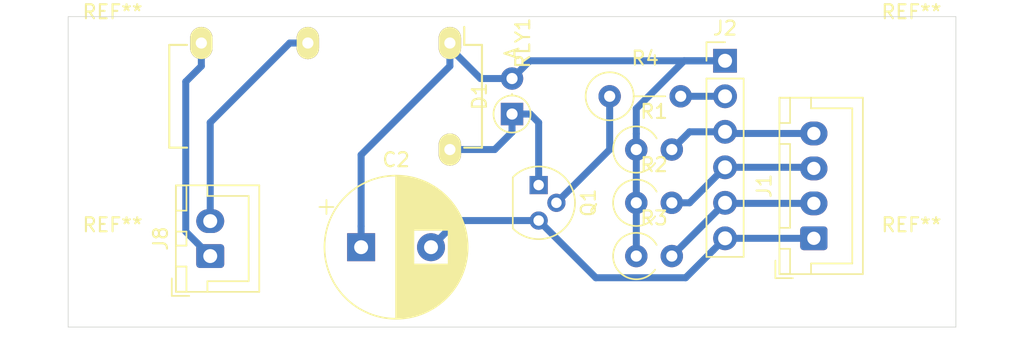
<source format=kicad_pcb>
(kicad_pcb (version 20171130) (host pcbnew 5.1.2-f72e74a~84~ubuntu18.04.1)

  (general
    (thickness 1.6)
    (drawings 4)
    (tracks 50)
    (zones 0)
    (modules 15)
    (nets 11)
  )

  (page A4)
  (layers
    (0 F.Cu signal)
    (31 B.Cu signal)
    (32 B.Adhes user)
    (33 F.Adhes user)
    (34 B.Paste user)
    (35 F.Paste user)
    (36 B.SilkS user)
    (37 F.SilkS user)
    (38 B.Mask user)
    (39 F.Mask user)
    (40 Dwgs.User user)
    (41 Cmts.User user)
    (42 Eco1.User user)
    (43 Eco2.User user)
    (44 Edge.Cuts user)
    (45 Margin user)
    (46 B.CrtYd user)
    (47 F.CrtYd user)
    (48 B.Fab user)
    (49 F.Fab user)
  )

  (setup
    (last_trace_width 0.5)
    (trace_clearance 0.5)
    (zone_clearance 0.508)
    (zone_45_only no)
    (trace_min 0.2)
    (via_size 0.8)
    (via_drill 0.4)
    (via_min_size 0.4)
    (via_min_drill 0.3)
    (uvia_size 0.3)
    (uvia_drill 0.1)
    (uvias_allowed no)
    (uvia_min_size 0.2)
    (uvia_min_drill 0.1)
    (edge_width 0.05)
    (segment_width 0.2)
    (pcb_text_width 0.3)
    (pcb_text_size 1.5 1.5)
    (mod_edge_width 0.12)
    (mod_text_size 1 1)
    (mod_text_width 0.15)
    (pad_size 1.524 1.524)
    (pad_drill 0.762)
    (pad_to_mask_clearance 0.051)
    (solder_mask_min_width 0.25)
    (aux_axis_origin 0 0)
    (visible_elements FFFFFF7F)
    (pcbplotparams
      (layerselection 0x010fc_ffffffff)
      (usegerberextensions false)
      (usegerberattributes false)
      (usegerberadvancedattributes false)
      (creategerberjobfile false)
      (excludeedgelayer true)
      (linewidth 0.100000)
      (plotframeref false)
      (viasonmask false)
      (mode 1)
      (useauxorigin false)
      (hpglpennumber 1)
      (hpglpenspeed 20)
      (hpglpendiameter 15.000000)
      (psnegative false)
      (psa4output false)
      (plotreference true)
      (plotvalue true)
      (plotinvisibletext false)
      (padsonsilk false)
      (subtractmaskfromsilk false)
      (outputformat 1)
      (mirror false)
      (drillshape 1)
      (scaleselection 1)
      (outputdirectory ""))
  )

  (net 0 "")
  (net 1 "Net-(C2-Pad1)")
  (net 2 GND)
  (net 3 "Net-(D1-Pad1)")
  (net 4 "Net-(J1-Pad2)")
  (net 5 "Net-(J1-Pad3)")
  (net 6 "Net-(J1-Pad4)")
  (net 7 "Net-(J2-Pad2)")
  (net 8 "Net-(J8-Pad1)")
  (net 9 "Net-(J8-Pad2)")
  (net 10 "Net-(Q1-Pad2)")

  (net_class Default "This is the default net class."
    (clearance 0.5)
    (trace_width 0.5)
    (via_dia 0.8)
    (via_drill 0.4)
    (uvia_dia 0.3)
    (uvia_drill 0.1)
    (add_net GND)
    (add_net "Net-(C2-Pad1)")
    (add_net "Net-(D1-Pad1)")
    (add_net "Net-(J1-Pad2)")
    (add_net "Net-(J1-Pad3)")
    (add_net "Net-(J1-Pad4)")
    (add_net "Net-(J2-Pad2)")
    (add_net "Net-(J8-Pad1)")
    (add_net "Net-(J8-Pad2)")
    (add_net "Net-(Q1-Pad2)")
  )

  (module MountingHole:MountingHole_2.5mm (layer F.Cu) (tedit 56D1B4CB) (tstamp 5CE06ADF)
    (at 178.435 73.66)
    (descr "Mounting Hole 2.5mm, no annular")
    (tags "mounting hole 2.5mm no annular")
    (attr virtual)
    (fp_text reference REF** (at 0 -3.5) (layer F.SilkS)
      (effects (font (size 1 1) (thickness 0.15)))
    )
    (fp_text value MountingHole_2.5mm (at 0 3.5) (layer F.Fab)
      (effects (font (size 1 1) (thickness 0.15)))
    )
    (fp_circle (center 0 0) (end 2.75 0) (layer F.CrtYd) (width 0.05))
    (fp_circle (center 0 0) (end 2.5 0) (layer Cmts.User) (width 0.15))
    (fp_text user %R (at 0.3 0) (layer F.Fab)
      (effects (font (size 1 1) (thickness 0.15)))
    )
    (pad 1 np_thru_hole circle (at 0 0) (size 2.5 2.5) (drill 2.5) (layers *.Cu *.Mask))
  )

  (module MountingHole:MountingHole_2.5mm (layer F.Cu) (tedit 56D1B4CB) (tstamp 5CE06AC9)
    (at 178.435 88.9)
    (descr "Mounting Hole 2.5mm, no annular")
    (tags "mounting hole 2.5mm no annular")
    (attr virtual)
    (fp_text reference REF** (at 0 -3.5) (layer F.SilkS)
      (effects (font (size 1 1) (thickness 0.15)))
    )
    (fp_text value MountingHole_2.5mm (at 0 3.5) (layer F.Fab)
      (effects (font (size 1 1) (thickness 0.15)))
    )
    (fp_circle (center 0 0) (end 2.75 0) (layer F.CrtYd) (width 0.05))
    (fp_circle (center 0 0) (end 2.5 0) (layer Cmts.User) (width 0.15))
    (fp_text user %R (at 0.3 0) (layer F.Fab)
      (effects (font (size 1 1) (thickness 0.15)))
    )
    (pad 1 np_thru_hole circle (at 0 0) (size 2.5 2.5) (drill 2.5) (layers *.Cu *.Mask))
  )

  (module MountingHole:MountingHole_2.5mm (layer F.Cu) (tedit 56D1B4CB) (tstamp 5CE06AB3)
    (at 121.285 88.9)
    (descr "Mounting Hole 2.5mm, no annular")
    (tags "mounting hole 2.5mm no annular")
    (attr virtual)
    (fp_text reference REF** (at 0 -3.5) (layer F.SilkS)
      (effects (font (size 1 1) (thickness 0.15)))
    )
    (fp_text value MountingHole_2.5mm (at 0 3.5) (layer F.Fab)
      (effects (font (size 1 1) (thickness 0.15)))
    )
    (fp_circle (center 0 0) (end 2.75 0) (layer F.CrtYd) (width 0.05))
    (fp_circle (center 0 0) (end 2.5 0) (layer Cmts.User) (width 0.15))
    (fp_text user %R (at 0.3 0) (layer F.Fab)
      (effects (font (size 1 1) (thickness 0.15)))
    )
    (pad 1 np_thru_hole circle (at 0 0) (size 2.5 2.5) (drill 2.5) (layers *.Cu *.Mask))
  )

  (module MountingHole:MountingHole_2.5mm (layer F.Cu) (tedit 56D1B4CB) (tstamp 5CE06A9D)
    (at 121.285 73.66)
    (descr "Mounting Hole 2.5mm, no annular")
    (tags "mounting hole 2.5mm no annular")
    (attr virtual)
    (fp_text reference REF** (at 0 -3.5) (layer F.SilkS)
      (effects (font (size 1 1) (thickness 0.15)))
    )
    (fp_text value MountingHole_2.5mm (at 0 3.5) (layer F.Fab)
      (effects (font (size 1 1) (thickness 0.15)))
    )
    (fp_circle (center 0 0) (end 2.75 0) (layer F.CrtYd) (width 0.05))
    (fp_circle (center 0 0) (end 2.5 0) (layer Cmts.User) (width 0.15))
    (fp_text user %R (at 0.3 0) (layer F.Fab)
      (effects (font (size 1 1) (thickness 0.15)))
    )
    (pad 1 np_thru_hole circle (at 0 0) (size 2.5 2.5) (drill 2.5) (layers *.Cu *.Mask))
  )

  (module Capacitor_THT:CP_Radial_D10.0mm_P5.00mm (layer F.Cu) (tedit 5AE50EF1) (tstamp 5CE0632B)
    (at 139.065 86.995)
    (descr "CP, Radial series, Radial, pin pitch=5.00mm, , diameter=10mm, Electrolytic Capacitor")
    (tags "CP Radial series Radial pin pitch 5.00mm  diameter 10mm Electrolytic Capacitor")
    (path /59807C8B)
    (fp_text reference C2 (at 2.5 -6.25) (layer F.SilkS)
      (effects (font (size 1 1) (thickness 0.15)))
    )
    (fp_text value 100u (at 2.5 6.25) (layer F.Fab)
      (effects (font (size 1 1) (thickness 0.15)))
    )
    (fp_circle (center 2.5 0) (end 7.5 0) (layer F.Fab) (width 0.1))
    (fp_circle (center 2.5 0) (end 7.62 0) (layer F.SilkS) (width 0.12))
    (fp_circle (center 2.5 0) (end 7.75 0) (layer F.CrtYd) (width 0.05))
    (fp_line (start -1.788861 -2.1875) (end -0.788861 -2.1875) (layer F.Fab) (width 0.1))
    (fp_line (start -1.288861 -2.6875) (end -1.288861 -1.6875) (layer F.Fab) (width 0.1))
    (fp_line (start 2.5 -5.08) (end 2.5 5.08) (layer F.SilkS) (width 0.12))
    (fp_line (start 2.54 -5.08) (end 2.54 5.08) (layer F.SilkS) (width 0.12))
    (fp_line (start 2.58 -5.08) (end 2.58 5.08) (layer F.SilkS) (width 0.12))
    (fp_line (start 2.62 -5.079) (end 2.62 5.079) (layer F.SilkS) (width 0.12))
    (fp_line (start 2.66 -5.078) (end 2.66 5.078) (layer F.SilkS) (width 0.12))
    (fp_line (start 2.7 -5.077) (end 2.7 5.077) (layer F.SilkS) (width 0.12))
    (fp_line (start 2.74 -5.075) (end 2.74 5.075) (layer F.SilkS) (width 0.12))
    (fp_line (start 2.78 -5.073) (end 2.78 5.073) (layer F.SilkS) (width 0.12))
    (fp_line (start 2.82 -5.07) (end 2.82 5.07) (layer F.SilkS) (width 0.12))
    (fp_line (start 2.86 -5.068) (end 2.86 5.068) (layer F.SilkS) (width 0.12))
    (fp_line (start 2.9 -5.065) (end 2.9 5.065) (layer F.SilkS) (width 0.12))
    (fp_line (start 2.94 -5.062) (end 2.94 5.062) (layer F.SilkS) (width 0.12))
    (fp_line (start 2.98 -5.058) (end 2.98 5.058) (layer F.SilkS) (width 0.12))
    (fp_line (start 3.02 -5.054) (end 3.02 5.054) (layer F.SilkS) (width 0.12))
    (fp_line (start 3.06 -5.05) (end 3.06 5.05) (layer F.SilkS) (width 0.12))
    (fp_line (start 3.1 -5.045) (end 3.1 5.045) (layer F.SilkS) (width 0.12))
    (fp_line (start 3.14 -5.04) (end 3.14 5.04) (layer F.SilkS) (width 0.12))
    (fp_line (start 3.18 -5.035) (end 3.18 5.035) (layer F.SilkS) (width 0.12))
    (fp_line (start 3.221 -5.03) (end 3.221 5.03) (layer F.SilkS) (width 0.12))
    (fp_line (start 3.261 -5.024) (end 3.261 5.024) (layer F.SilkS) (width 0.12))
    (fp_line (start 3.301 -5.018) (end 3.301 5.018) (layer F.SilkS) (width 0.12))
    (fp_line (start 3.341 -5.011) (end 3.341 5.011) (layer F.SilkS) (width 0.12))
    (fp_line (start 3.381 -5.004) (end 3.381 5.004) (layer F.SilkS) (width 0.12))
    (fp_line (start 3.421 -4.997) (end 3.421 4.997) (layer F.SilkS) (width 0.12))
    (fp_line (start 3.461 -4.99) (end 3.461 4.99) (layer F.SilkS) (width 0.12))
    (fp_line (start 3.501 -4.982) (end 3.501 4.982) (layer F.SilkS) (width 0.12))
    (fp_line (start 3.541 -4.974) (end 3.541 4.974) (layer F.SilkS) (width 0.12))
    (fp_line (start 3.581 -4.965) (end 3.581 4.965) (layer F.SilkS) (width 0.12))
    (fp_line (start 3.621 -4.956) (end 3.621 4.956) (layer F.SilkS) (width 0.12))
    (fp_line (start 3.661 -4.947) (end 3.661 4.947) (layer F.SilkS) (width 0.12))
    (fp_line (start 3.701 -4.938) (end 3.701 4.938) (layer F.SilkS) (width 0.12))
    (fp_line (start 3.741 -4.928) (end 3.741 4.928) (layer F.SilkS) (width 0.12))
    (fp_line (start 3.781 -4.918) (end 3.781 -1.241) (layer F.SilkS) (width 0.12))
    (fp_line (start 3.781 1.241) (end 3.781 4.918) (layer F.SilkS) (width 0.12))
    (fp_line (start 3.821 -4.907) (end 3.821 -1.241) (layer F.SilkS) (width 0.12))
    (fp_line (start 3.821 1.241) (end 3.821 4.907) (layer F.SilkS) (width 0.12))
    (fp_line (start 3.861 -4.897) (end 3.861 -1.241) (layer F.SilkS) (width 0.12))
    (fp_line (start 3.861 1.241) (end 3.861 4.897) (layer F.SilkS) (width 0.12))
    (fp_line (start 3.901 -4.885) (end 3.901 -1.241) (layer F.SilkS) (width 0.12))
    (fp_line (start 3.901 1.241) (end 3.901 4.885) (layer F.SilkS) (width 0.12))
    (fp_line (start 3.941 -4.874) (end 3.941 -1.241) (layer F.SilkS) (width 0.12))
    (fp_line (start 3.941 1.241) (end 3.941 4.874) (layer F.SilkS) (width 0.12))
    (fp_line (start 3.981 -4.862) (end 3.981 -1.241) (layer F.SilkS) (width 0.12))
    (fp_line (start 3.981 1.241) (end 3.981 4.862) (layer F.SilkS) (width 0.12))
    (fp_line (start 4.021 -4.85) (end 4.021 -1.241) (layer F.SilkS) (width 0.12))
    (fp_line (start 4.021 1.241) (end 4.021 4.85) (layer F.SilkS) (width 0.12))
    (fp_line (start 4.061 -4.837) (end 4.061 -1.241) (layer F.SilkS) (width 0.12))
    (fp_line (start 4.061 1.241) (end 4.061 4.837) (layer F.SilkS) (width 0.12))
    (fp_line (start 4.101 -4.824) (end 4.101 -1.241) (layer F.SilkS) (width 0.12))
    (fp_line (start 4.101 1.241) (end 4.101 4.824) (layer F.SilkS) (width 0.12))
    (fp_line (start 4.141 -4.811) (end 4.141 -1.241) (layer F.SilkS) (width 0.12))
    (fp_line (start 4.141 1.241) (end 4.141 4.811) (layer F.SilkS) (width 0.12))
    (fp_line (start 4.181 -4.797) (end 4.181 -1.241) (layer F.SilkS) (width 0.12))
    (fp_line (start 4.181 1.241) (end 4.181 4.797) (layer F.SilkS) (width 0.12))
    (fp_line (start 4.221 -4.783) (end 4.221 -1.241) (layer F.SilkS) (width 0.12))
    (fp_line (start 4.221 1.241) (end 4.221 4.783) (layer F.SilkS) (width 0.12))
    (fp_line (start 4.261 -4.768) (end 4.261 -1.241) (layer F.SilkS) (width 0.12))
    (fp_line (start 4.261 1.241) (end 4.261 4.768) (layer F.SilkS) (width 0.12))
    (fp_line (start 4.301 -4.754) (end 4.301 -1.241) (layer F.SilkS) (width 0.12))
    (fp_line (start 4.301 1.241) (end 4.301 4.754) (layer F.SilkS) (width 0.12))
    (fp_line (start 4.341 -4.738) (end 4.341 -1.241) (layer F.SilkS) (width 0.12))
    (fp_line (start 4.341 1.241) (end 4.341 4.738) (layer F.SilkS) (width 0.12))
    (fp_line (start 4.381 -4.723) (end 4.381 -1.241) (layer F.SilkS) (width 0.12))
    (fp_line (start 4.381 1.241) (end 4.381 4.723) (layer F.SilkS) (width 0.12))
    (fp_line (start 4.421 -4.707) (end 4.421 -1.241) (layer F.SilkS) (width 0.12))
    (fp_line (start 4.421 1.241) (end 4.421 4.707) (layer F.SilkS) (width 0.12))
    (fp_line (start 4.461 -4.69) (end 4.461 -1.241) (layer F.SilkS) (width 0.12))
    (fp_line (start 4.461 1.241) (end 4.461 4.69) (layer F.SilkS) (width 0.12))
    (fp_line (start 4.501 -4.674) (end 4.501 -1.241) (layer F.SilkS) (width 0.12))
    (fp_line (start 4.501 1.241) (end 4.501 4.674) (layer F.SilkS) (width 0.12))
    (fp_line (start 4.541 -4.657) (end 4.541 -1.241) (layer F.SilkS) (width 0.12))
    (fp_line (start 4.541 1.241) (end 4.541 4.657) (layer F.SilkS) (width 0.12))
    (fp_line (start 4.581 -4.639) (end 4.581 -1.241) (layer F.SilkS) (width 0.12))
    (fp_line (start 4.581 1.241) (end 4.581 4.639) (layer F.SilkS) (width 0.12))
    (fp_line (start 4.621 -4.621) (end 4.621 -1.241) (layer F.SilkS) (width 0.12))
    (fp_line (start 4.621 1.241) (end 4.621 4.621) (layer F.SilkS) (width 0.12))
    (fp_line (start 4.661 -4.603) (end 4.661 -1.241) (layer F.SilkS) (width 0.12))
    (fp_line (start 4.661 1.241) (end 4.661 4.603) (layer F.SilkS) (width 0.12))
    (fp_line (start 4.701 -4.584) (end 4.701 -1.241) (layer F.SilkS) (width 0.12))
    (fp_line (start 4.701 1.241) (end 4.701 4.584) (layer F.SilkS) (width 0.12))
    (fp_line (start 4.741 -4.564) (end 4.741 -1.241) (layer F.SilkS) (width 0.12))
    (fp_line (start 4.741 1.241) (end 4.741 4.564) (layer F.SilkS) (width 0.12))
    (fp_line (start 4.781 -4.545) (end 4.781 -1.241) (layer F.SilkS) (width 0.12))
    (fp_line (start 4.781 1.241) (end 4.781 4.545) (layer F.SilkS) (width 0.12))
    (fp_line (start 4.821 -4.525) (end 4.821 -1.241) (layer F.SilkS) (width 0.12))
    (fp_line (start 4.821 1.241) (end 4.821 4.525) (layer F.SilkS) (width 0.12))
    (fp_line (start 4.861 -4.504) (end 4.861 -1.241) (layer F.SilkS) (width 0.12))
    (fp_line (start 4.861 1.241) (end 4.861 4.504) (layer F.SilkS) (width 0.12))
    (fp_line (start 4.901 -4.483) (end 4.901 -1.241) (layer F.SilkS) (width 0.12))
    (fp_line (start 4.901 1.241) (end 4.901 4.483) (layer F.SilkS) (width 0.12))
    (fp_line (start 4.941 -4.462) (end 4.941 -1.241) (layer F.SilkS) (width 0.12))
    (fp_line (start 4.941 1.241) (end 4.941 4.462) (layer F.SilkS) (width 0.12))
    (fp_line (start 4.981 -4.44) (end 4.981 -1.241) (layer F.SilkS) (width 0.12))
    (fp_line (start 4.981 1.241) (end 4.981 4.44) (layer F.SilkS) (width 0.12))
    (fp_line (start 5.021 -4.417) (end 5.021 -1.241) (layer F.SilkS) (width 0.12))
    (fp_line (start 5.021 1.241) (end 5.021 4.417) (layer F.SilkS) (width 0.12))
    (fp_line (start 5.061 -4.395) (end 5.061 -1.241) (layer F.SilkS) (width 0.12))
    (fp_line (start 5.061 1.241) (end 5.061 4.395) (layer F.SilkS) (width 0.12))
    (fp_line (start 5.101 -4.371) (end 5.101 -1.241) (layer F.SilkS) (width 0.12))
    (fp_line (start 5.101 1.241) (end 5.101 4.371) (layer F.SilkS) (width 0.12))
    (fp_line (start 5.141 -4.347) (end 5.141 -1.241) (layer F.SilkS) (width 0.12))
    (fp_line (start 5.141 1.241) (end 5.141 4.347) (layer F.SilkS) (width 0.12))
    (fp_line (start 5.181 -4.323) (end 5.181 -1.241) (layer F.SilkS) (width 0.12))
    (fp_line (start 5.181 1.241) (end 5.181 4.323) (layer F.SilkS) (width 0.12))
    (fp_line (start 5.221 -4.298) (end 5.221 -1.241) (layer F.SilkS) (width 0.12))
    (fp_line (start 5.221 1.241) (end 5.221 4.298) (layer F.SilkS) (width 0.12))
    (fp_line (start 5.261 -4.273) (end 5.261 -1.241) (layer F.SilkS) (width 0.12))
    (fp_line (start 5.261 1.241) (end 5.261 4.273) (layer F.SilkS) (width 0.12))
    (fp_line (start 5.301 -4.247) (end 5.301 -1.241) (layer F.SilkS) (width 0.12))
    (fp_line (start 5.301 1.241) (end 5.301 4.247) (layer F.SilkS) (width 0.12))
    (fp_line (start 5.341 -4.221) (end 5.341 -1.241) (layer F.SilkS) (width 0.12))
    (fp_line (start 5.341 1.241) (end 5.341 4.221) (layer F.SilkS) (width 0.12))
    (fp_line (start 5.381 -4.194) (end 5.381 -1.241) (layer F.SilkS) (width 0.12))
    (fp_line (start 5.381 1.241) (end 5.381 4.194) (layer F.SilkS) (width 0.12))
    (fp_line (start 5.421 -4.166) (end 5.421 -1.241) (layer F.SilkS) (width 0.12))
    (fp_line (start 5.421 1.241) (end 5.421 4.166) (layer F.SilkS) (width 0.12))
    (fp_line (start 5.461 -4.138) (end 5.461 -1.241) (layer F.SilkS) (width 0.12))
    (fp_line (start 5.461 1.241) (end 5.461 4.138) (layer F.SilkS) (width 0.12))
    (fp_line (start 5.501 -4.11) (end 5.501 -1.241) (layer F.SilkS) (width 0.12))
    (fp_line (start 5.501 1.241) (end 5.501 4.11) (layer F.SilkS) (width 0.12))
    (fp_line (start 5.541 -4.08) (end 5.541 -1.241) (layer F.SilkS) (width 0.12))
    (fp_line (start 5.541 1.241) (end 5.541 4.08) (layer F.SilkS) (width 0.12))
    (fp_line (start 5.581 -4.05) (end 5.581 -1.241) (layer F.SilkS) (width 0.12))
    (fp_line (start 5.581 1.241) (end 5.581 4.05) (layer F.SilkS) (width 0.12))
    (fp_line (start 5.621 -4.02) (end 5.621 -1.241) (layer F.SilkS) (width 0.12))
    (fp_line (start 5.621 1.241) (end 5.621 4.02) (layer F.SilkS) (width 0.12))
    (fp_line (start 5.661 -3.989) (end 5.661 -1.241) (layer F.SilkS) (width 0.12))
    (fp_line (start 5.661 1.241) (end 5.661 3.989) (layer F.SilkS) (width 0.12))
    (fp_line (start 5.701 -3.957) (end 5.701 -1.241) (layer F.SilkS) (width 0.12))
    (fp_line (start 5.701 1.241) (end 5.701 3.957) (layer F.SilkS) (width 0.12))
    (fp_line (start 5.741 -3.925) (end 5.741 -1.241) (layer F.SilkS) (width 0.12))
    (fp_line (start 5.741 1.241) (end 5.741 3.925) (layer F.SilkS) (width 0.12))
    (fp_line (start 5.781 -3.892) (end 5.781 -1.241) (layer F.SilkS) (width 0.12))
    (fp_line (start 5.781 1.241) (end 5.781 3.892) (layer F.SilkS) (width 0.12))
    (fp_line (start 5.821 -3.858) (end 5.821 -1.241) (layer F.SilkS) (width 0.12))
    (fp_line (start 5.821 1.241) (end 5.821 3.858) (layer F.SilkS) (width 0.12))
    (fp_line (start 5.861 -3.824) (end 5.861 -1.241) (layer F.SilkS) (width 0.12))
    (fp_line (start 5.861 1.241) (end 5.861 3.824) (layer F.SilkS) (width 0.12))
    (fp_line (start 5.901 -3.789) (end 5.901 -1.241) (layer F.SilkS) (width 0.12))
    (fp_line (start 5.901 1.241) (end 5.901 3.789) (layer F.SilkS) (width 0.12))
    (fp_line (start 5.941 -3.753) (end 5.941 -1.241) (layer F.SilkS) (width 0.12))
    (fp_line (start 5.941 1.241) (end 5.941 3.753) (layer F.SilkS) (width 0.12))
    (fp_line (start 5.981 -3.716) (end 5.981 -1.241) (layer F.SilkS) (width 0.12))
    (fp_line (start 5.981 1.241) (end 5.981 3.716) (layer F.SilkS) (width 0.12))
    (fp_line (start 6.021 -3.679) (end 6.021 -1.241) (layer F.SilkS) (width 0.12))
    (fp_line (start 6.021 1.241) (end 6.021 3.679) (layer F.SilkS) (width 0.12))
    (fp_line (start 6.061 -3.64) (end 6.061 -1.241) (layer F.SilkS) (width 0.12))
    (fp_line (start 6.061 1.241) (end 6.061 3.64) (layer F.SilkS) (width 0.12))
    (fp_line (start 6.101 -3.601) (end 6.101 -1.241) (layer F.SilkS) (width 0.12))
    (fp_line (start 6.101 1.241) (end 6.101 3.601) (layer F.SilkS) (width 0.12))
    (fp_line (start 6.141 -3.561) (end 6.141 -1.241) (layer F.SilkS) (width 0.12))
    (fp_line (start 6.141 1.241) (end 6.141 3.561) (layer F.SilkS) (width 0.12))
    (fp_line (start 6.181 -3.52) (end 6.181 -1.241) (layer F.SilkS) (width 0.12))
    (fp_line (start 6.181 1.241) (end 6.181 3.52) (layer F.SilkS) (width 0.12))
    (fp_line (start 6.221 -3.478) (end 6.221 -1.241) (layer F.SilkS) (width 0.12))
    (fp_line (start 6.221 1.241) (end 6.221 3.478) (layer F.SilkS) (width 0.12))
    (fp_line (start 6.261 -3.436) (end 6.261 3.436) (layer F.SilkS) (width 0.12))
    (fp_line (start 6.301 -3.392) (end 6.301 3.392) (layer F.SilkS) (width 0.12))
    (fp_line (start 6.341 -3.347) (end 6.341 3.347) (layer F.SilkS) (width 0.12))
    (fp_line (start 6.381 -3.301) (end 6.381 3.301) (layer F.SilkS) (width 0.12))
    (fp_line (start 6.421 -3.254) (end 6.421 3.254) (layer F.SilkS) (width 0.12))
    (fp_line (start 6.461 -3.206) (end 6.461 3.206) (layer F.SilkS) (width 0.12))
    (fp_line (start 6.501 -3.156) (end 6.501 3.156) (layer F.SilkS) (width 0.12))
    (fp_line (start 6.541 -3.106) (end 6.541 3.106) (layer F.SilkS) (width 0.12))
    (fp_line (start 6.581 -3.054) (end 6.581 3.054) (layer F.SilkS) (width 0.12))
    (fp_line (start 6.621 -3) (end 6.621 3) (layer F.SilkS) (width 0.12))
    (fp_line (start 6.661 -2.945) (end 6.661 2.945) (layer F.SilkS) (width 0.12))
    (fp_line (start 6.701 -2.889) (end 6.701 2.889) (layer F.SilkS) (width 0.12))
    (fp_line (start 6.741 -2.83) (end 6.741 2.83) (layer F.SilkS) (width 0.12))
    (fp_line (start 6.781 -2.77) (end 6.781 2.77) (layer F.SilkS) (width 0.12))
    (fp_line (start 6.821 -2.709) (end 6.821 2.709) (layer F.SilkS) (width 0.12))
    (fp_line (start 6.861 -2.645) (end 6.861 2.645) (layer F.SilkS) (width 0.12))
    (fp_line (start 6.901 -2.579) (end 6.901 2.579) (layer F.SilkS) (width 0.12))
    (fp_line (start 6.941 -2.51) (end 6.941 2.51) (layer F.SilkS) (width 0.12))
    (fp_line (start 6.981 -2.439) (end 6.981 2.439) (layer F.SilkS) (width 0.12))
    (fp_line (start 7.021 -2.365) (end 7.021 2.365) (layer F.SilkS) (width 0.12))
    (fp_line (start 7.061 -2.289) (end 7.061 2.289) (layer F.SilkS) (width 0.12))
    (fp_line (start 7.101 -2.209) (end 7.101 2.209) (layer F.SilkS) (width 0.12))
    (fp_line (start 7.141 -2.125) (end 7.141 2.125) (layer F.SilkS) (width 0.12))
    (fp_line (start 7.181 -2.037) (end 7.181 2.037) (layer F.SilkS) (width 0.12))
    (fp_line (start 7.221 -1.944) (end 7.221 1.944) (layer F.SilkS) (width 0.12))
    (fp_line (start 7.261 -1.846) (end 7.261 1.846) (layer F.SilkS) (width 0.12))
    (fp_line (start 7.301 -1.742) (end 7.301 1.742) (layer F.SilkS) (width 0.12))
    (fp_line (start 7.341 -1.63) (end 7.341 1.63) (layer F.SilkS) (width 0.12))
    (fp_line (start 7.381 -1.51) (end 7.381 1.51) (layer F.SilkS) (width 0.12))
    (fp_line (start 7.421 -1.378) (end 7.421 1.378) (layer F.SilkS) (width 0.12))
    (fp_line (start 7.461 -1.23) (end 7.461 1.23) (layer F.SilkS) (width 0.12))
    (fp_line (start 7.501 -1.062) (end 7.501 1.062) (layer F.SilkS) (width 0.12))
    (fp_line (start 7.541 -0.862) (end 7.541 0.862) (layer F.SilkS) (width 0.12))
    (fp_line (start 7.581 -0.599) (end 7.581 0.599) (layer F.SilkS) (width 0.12))
    (fp_line (start -2.979646 -2.875) (end -1.979646 -2.875) (layer F.SilkS) (width 0.12))
    (fp_line (start -2.479646 -3.375) (end -2.479646 -2.375) (layer F.SilkS) (width 0.12))
    (fp_text user %R (at 2.5 0) (layer F.Fab)
      (effects (font (size 1 1) (thickness 0.15)))
    )
    (pad 1 thru_hole rect (at 0 0) (size 2 2) (drill 1) (layers *.Cu *.Mask)
      (net 1 "Net-(C2-Pad1)"))
    (pad 2 thru_hole circle (at 5 0) (size 2 2) (drill 1) (layers *.Cu *.Mask)
      (net 2 GND))
    (model ${KISYS3DMOD}/Capacitor_THT.3dshapes/CP_Radial_D10.0mm_P5.00mm.wrl
      (at (xyz 0 0 0))
      (scale (xyz 1 1 1))
      (rotate (xyz 0 0 0))
    )
  )

  (module Diode_THT:D_DO-35_SOD27_P2.54mm_Vertical_AnodeUp (layer F.Cu) (tedit 5AE50CD5) (tstamp 5CE06219)
    (at 149.86 77.47 90)
    (descr "Diode, DO-35_SOD27 series, Axial, Vertical, pin pitch=2.54mm, , length*diameter=4*2mm^2, , http://www.diodes.com/_files/packages/DO-35.pdf")
    (tags "Diode DO-35_SOD27 series Axial Vertical pin pitch 2.54mm  length 4mm diameter 2mm")
    (path /58D2E9AA)
    (fp_text reference D1 (at 1.27 -2.326371 90) (layer F.SilkS)
      (effects (font (size 1 1) (thickness 0.15)))
    )
    (fp_text value 1N4148 (at 1.27 3.215371 90) (layer F.Fab)
      (effects (font (size 1 1) (thickness 0.15)))
    )
    (fp_circle (center 0 0) (end 1 0) (layer F.Fab) (width 0.1))
    (fp_circle (center 0 0) (end 1.326371 0) (layer F.SilkS) (width 0.12))
    (fp_line (start 0 0) (end 2.54 0) (layer F.Fab) (width 0.1))
    (fp_line (start 1.326371 0) (end 1.44 0) (layer F.SilkS) (width 0.12))
    (fp_line (start -1.25 -1.25) (end -1.25 1.25) (layer F.CrtYd) (width 0.05))
    (fp_line (start -1.25 1.25) (end 3.59 1.25) (layer F.CrtYd) (width 0.05))
    (fp_line (start 3.59 1.25) (end 3.59 -1.25) (layer F.CrtYd) (width 0.05))
    (fp_line (start 3.59 -1.25) (end -1.25 -1.25) (layer F.CrtYd) (width 0.05))
    (fp_text user %R (at 1.27 -2.326371 90) (layer F.Fab)
      (effects (font (size 1 1) (thickness 0.15)))
    )
    (fp_text user A (at 4.34 0 90) (layer F.Fab)
      (effects (font (size 1 1) (thickness 0.15)))
    )
    (fp_text user A (at 4.34 0 90) (layer F.SilkS)
      (effects (font (size 1 1) (thickness 0.15)))
    )
    (pad 1 thru_hole rect (at 0 0 90) (size 1.6 1.6) (drill 0.8) (layers *.Cu *.Mask)
      (net 3 "Net-(D1-Pad1)"))
    (pad 2 thru_hole oval (at 2.54 0 90) (size 1.6 1.6) (drill 0.8) (layers *.Cu *.Mask)
      (net 1 "Net-(C2-Pad1)"))
    (model ${KISYS3DMOD}/Diode_THT.3dshapes/D_DO-35_SOD27_P2.54mm_Vertical_AnodeUp.wrl
      (at (xyz 0 0 0))
      (scale (xyz 1 1 1))
      (rotate (xyz 0 0 0))
    )
  )

  (module Connector_JST:JST_XH_B04B-XH-A_1x04_P2.50mm_Vertical (layer F.Cu) (tedit 5B7754C5) (tstamp 5CE064EB)
    (at 171.45 86.36 90)
    (descr "JST XH series connector, B04B-XH-A (http://www.jst-mfg.com/product/pdf/eng/eXH.pdf), generated with kicad-footprint-generator")
    (tags "connector JST XH side entry")
    (path /5CDFF210)
    (fp_text reference J1 (at 3.75 -3.55 90) (layer F.SilkS)
      (effects (font (size 1 1) (thickness 0.15)))
    )
    (fp_text value Conn_01x04 (at 3.75 4.6 90) (layer F.Fab)
      (effects (font (size 1 1) (thickness 0.15)))
    )
    (fp_line (start -2.45 -2.35) (end -2.45 3.4) (layer F.Fab) (width 0.1))
    (fp_line (start -2.45 3.4) (end 9.95 3.4) (layer F.Fab) (width 0.1))
    (fp_line (start 9.95 3.4) (end 9.95 -2.35) (layer F.Fab) (width 0.1))
    (fp_line (start 9.95 -2.35) (end -2.45 -2.35) (layer F.Fab) (width 0.1))
    (fp_line (start -2.56 -2.46) (end -2.56 3.51) (layer F.SilkS) (width 0.12))
    (fp_line (start -2.56 3.51) (end 10.06 3.51) (layer F.SilkS) (width 0.12))
    (fp_line (start 10.06 3.51) (end 10.06 -2.46) (layer F.SilkS) (width 0.12))
    (fp_line (start 10.06 -2.46) (end -2.56 -2.46) (layer F.SilkS) (width 0.12))
    (fp_line (start -2.95 -2.85) (end -2.95 3.9) (layer F.CrtYd) (width 0.05))
    (fp_line (start -2.95 3.9) (end 10.45 3.9) (layer F.CrtYd) (width 0.05))
    (fp_line (start 10.45 3.9) (end 10.45 -2.85) (layer F.CrtYd) (width 0.05))
    (fp_line (start 10.45 -2.85) (end -2.95 -2.85) (layer F.CrtYd) (width 0.05))
    (fp_line (start -0.625 -2.35) (end 0 -1.35) (layer F.Fab) (width 0.1))
    (fp_line (start 0 -1.35) (end 0.625 -2.35) (layer F.Fab) (width 0.1))
    (fp_line (start 0.75 -2.45) (end 0.75 -1.7) (layer F.SilkS) (width 0.12))
    (fp_line (start 0.75 -1.7) (end 6.75 -1.7) (layer F.SilkS) (width 0.12))
    (fp_line (start 6.75 -1.7) (end 6.75 -2.45) (layer F.SilkS) (width 0.12))
    (fp_line (start 6.75 -2.45) (end 0.75 -2.45) (layer F.SilkS) (width 0.12))
    (fp_line (start -2.55 -2.45) (end -2.55 -1.7) (layer F.SilkS) (width 0.12))
    (fp_line (start -2.55 -1.7) (end -0.75 -1.7) (layer F.SilkS) (width 0.12))
    (fp_line (start -0.75 -1.7) (end -0.75 -2.45) (layer F.SilkS) (width 0.12))
    (fp_line (start -0.75 -2.45) (end -2.55 -2.45) (layer F.SilkS) (width 0.12))
    (fp_line (start 8.25 -2.45) (end 8.25 -1.7) (layer F.SilkS) (width 0.12))
    (fp_line (start 8.25 -1.7) (end 10.05 -1.7) (layer F.SilkS) (width 0.12))
    (fp_line (start 10.05 -1.7) (end 10.05 -2.45) (layer F.SilkS) (width 0.12))
    (fp_line (start 10.05 -2.45) (end 8.25 -2.45) (layer F.SilkS) (width 0.12))
    (fp_line (start -2.55 -0.2) (end -1.8 -0.2) (layer F.SilkS) (width 0.12))
    (fp_line (start -1.8 -0.2) (end -1.8 2.75) (layer F.SilkS) (width 0.12))
    (fp_line (start -1.8 2.75) (end 3.75 2.75) (layer F.SilkS) (width 0.12))
    (fp_line (start 10.05 -0.2) (end 9.3 -0.2) (layer F.SilkS) (width 0.12))
    (fp_line (start 9.3 -0.2) (end 9.3 2.75) (layer F.SilkS) (width 0.12))
    (fp_line (start 9.3 2.75) (end 3.75 2.75) (layer F.SilkS) (width 0.12))
    (fp_line (start -1.6 -2.75) (end -2.85 -2.75) (layer F.SilkS) (width 0.12))
    (fp_line (start -2.85 -2.75) (end -2.85 -1.5) (layer F.SilkS) (width 0.12))
    (fp_text user %R (at 3.75 2.7 90) (layer F.Fab)
      (effects (font (size 1 1) (thickness 0.15)))
    )
    (pad 1 thru_hole roundrect (at 0 0 90) (size 1.7 1.95) (drill 0.95) (layers *.Cu *.Mask) (roundrect_rratio 0.147059)
      (net 2 GND))
    (pad 2 thru_hole oval (at 2.5 0 90) (size 1.7 1.95) (drill 0.95) (layers *.Cu *.Mask)
      (net 4 "Net-(J1-Pad2)"))
    (pad 3 thru_hole oval (at 5 0 90) (size 1.7 1.95) (drill 0.95) (layers *.Cu *.Mask)
      (net 5 "Net-(J1-Pad3)"))
    (pad 4 thru_hole oval (at 7.5 0 90) (size 1.7 1.95) (drill 0.95) (layers *.Cu *.Mask)
      (net 6 "Net-(J1-Pad4)"))
    (model ${KISYS3DMOD}/Connector_JST.3dshapes/JST_XH_B04B-XH-A_1x04_P2.50mm_Vertical.wrl
      (at (xyz 0 0 0))
      (scale (xyz 1 1 1))
      (rotate (xyz 0 0 0))
    )
  )

  (module Connector_PinHeader_2.54mm:PinHeader_1x06_P2.54mm_Vertical (layer F.Cu) (tedit 59FED5CC) (tstamp 5CE0616E)
    (at 165.1 73.66)
    (descr "Through hole straight pin header, 1x06, 2.54mm pitch, single row")
    (tags "Through hole pin header THT 1x06 2.54mm single row")
    (path /5CE0A21E)
    (fp_text reference J2 (at 0 -2.33) (layer F.SilkS)
      (effects (font (size 1 1) (thickness 0.15)))
    )
    (fp_text value Conn_01x06 (at 0 15.03) (layer F.Fab)
      (effects (font (size 1 1) (thickness 0.15)))
    )
    (fp_line (start -0.635 -1.27) (end 1.27 -1.27) (layer F.Fab) (width 0.1))
    (fp_line (start 1.27 -1.27) (end 1.27 13.97) (layer F.Fab) (width 0.1))
    (fp_line (start 1.27 13.97) (end -1.27 13.97) (layer F.Fab) (width 0.1))
    (fp_line (start -1.27 13.97) (end -1.27 -0.635) (layer F.Fab) (width 0.1))
    (fp_line (start -1.27 -0.635) (end -0.635 -1.27) (layer F.Fab) (width 0.1))
    (fp_line (start -1.33 14.03) (end 1.33 14.03) (layer F.SilkS) (width 0.12))
    (fp_line (start -1.33 1.27) (end -1.33 14.03) (layer F.SilkS) (width 0.12))
    (fp_line (start 1.33 1.27) (end 1.33 14.03) (layer F.SilkS) (width 0.12))
    (fp_line (start -1.33 1.27) (end 1.33 1.27) (layer F.SilkS) (width 0.12))
    (fp_line (start -1.33 0) (end -1.33 -1.33) (layer F.SilkS) (width 0.12))
    (fp_line (start -1.33 -1.33) (end 0 -1.33) (layer F.SilkS) (width 0.12))
    (fp_line (start -1.8 -1.8) (end -1.8 14.5) (layer F.CrtYd) (width 0.05))
    (fp_line (start -1.8 14.5) (end 1.8 14.5) (layer F.CrtYd) (width 0.05))
    (fp_line (start 1.8 14.5) (end 1.8 -1.8) (layer F.CrtYd) (width 0.05))
    (fp_line (start 1.8 -1.8) (end -1.8 -1.8) (layer F.CrtYd) (width 0.05))
    (fp_text user %R (at 0 6.35 90) (layer F.Fab)
      (effects (font (size 1 1) (thickness 0.15)))
    )
    (pad 1 thru_hole rect (at 0 0) (size 1.7 1.7) (drill 1) (layers *.Cu *.Mask)
      (net 1 "Net-(C2-Pad1)"))
    (pad 2 thru_hole oval (at 0 2.54) (size 1.7 1.7) (drill 1) (layers *.Cu *.Mask)
      (net 7 "Net-(J2-Pad2)"))
    (pad 3 thru_hole oval (at 0 5.08) (size 1.7 1.7) (drill 1) (layers *.Cu *.Mask)
      (net 6 "Net-(J1-Pad4)"))
    (pad 4 thru_hole oval (at 0 7.62) (size 1.7 1.7) (drill 1) (layers *.Cu *.Mask)
      (net 5 "Net-(J1-Pad3)"))
    (pad 5 thru_hole oval (at 0 10.16) (size 1.7 1.7) (drill 1) (layers *.Cu *.Mask)
      (net 4 "Net-(J1-Pad2)"))
    (pad 6 thru_hole oval (at 0 12.7) (size 1.7 1.7) (drill 1) (layers *.Cu *.Mask)
      (net 2 GND))
    (model ${KISYS3DMOD}/Connector_PinHeader_2.54mm.3dshapes/PinHeader_1x06_P2.54mm_Vertical.wrl
      (at (xyz 0 0 0))
      (scale (xyz 1 1 1))
      (rotate (xyz 0 0 0))
    )
  )

  (module Connector_JST:JST_XH_B02B-XH-A_1x02_P2.50mm_Vertical (layer F.Cu) (tedit 5B7754C5) (tstamp 5CE06567)
    (at 128.27 87.63 90)
    (descr "JST XH series connector, B02B-XH-A (http://www.jst-mfg.com/product/pdf/eng/eXH.pdf), generated with kicad-footprint-generator")
    (tags "connector JST XH side entry")
    (path /58D2EE7D)
    (fp_text reference J8 (at 1.25 -3.55 90) (layer F.SilkS)
      (effects (font (size 1 1) (thickness 0.15)))
    )
    (fp_text value CONN_01X02 (at 1.25 4.6 90) (layer F.Fab)
      (effects (font (size 1 1) (thickness 0.15)))
    )
    (fp_line (start -2.45 -2.35) (end -2.45 3.4) (layer F.Fab) (width 0.1))
    (fp_line (start -2.45 3.4) (end 4.95 3.4) (layer F.Fab) (width 0.1))
    (fp_line (start 4.95 3.4) (end 4.95 -2.35) (layer F.Fab) (width 0.1))
    (fp_line (start 4.95 -2.35) (end -2.45 -2.35) (layer F.Fab) (width 0.1))
    (fp_line (start -2.56 -2.46) (end -2.56 3.51) (layer F.SilkS) (width 0.12))
    (fp_line (start -2.56 3.51) (end 5.06 3.51) (layer F.SilkS) (width 0.12))
    (fp_line (start 5.06 3.51) (end 5.06 -2.46) (layer F.SilkS) (width 0.12))
    (fp_line (start 5.06 -2.46) (end -2.56 -2.46) (layer F.SilkS) (width 0.12))
    (fp_line (start -2.95 -2.85) (end -2.95 3.9) (layer F.CrtYd) (width 0.05))
    (fp_line (start -2.95 3.9) (end 5.45 3.9) (layer F.CrtYd) (width 0.05))
    (fp_line (start 5.45 3.9) (end 5.45 -2.85) (layer F.CrtYd) (width 0.05))
    (fp_line (start 5.45 -2.85) (end -2.95 -2.85) (layer F.CrtYd) (width 0.05))
    (fp_line (start -0.625 -2.35) (end 0 -1.35) (layer F.Fab) (width 0.1))
    (fp_line (start 0 -1.35) (end 0.625 -2.35) (layer F.Fab) (width 0.1))
    (fp_line (start 0.75 -2.45) (end 0.75 -1.7) (layer F.SilkS) (width 0.12))
    (fp_line (start 0.75 -1.7) (end 1.75 -1.7) (layer F.SilkS) (width 0.12))
    (fp_line (start 1.75 -1.7) (end 1.75 -2.45) (layer F.SilkS) (width 0.12))
    (fp_line (start 1.75 -2.45) (end 0.75 -2.45) (layer F.SilkS) (width 0.12))
    (fp_line (start -2.55 -2.45) (end -2.55 -1.7) (layer F.SilkS) (width 0.12))
    (fp_line (start -2.55 -1.7) (end -0.75 -1.7) (layer F.SilkS) (width 0.12))
    (fp_line (start -0.75 -1.7) (end -0.75 -2.45) (layer F.SilkS) (width 0.12))
    (fp_line (start -0.75 -2.45) (end -2.55 -2.45) (layer F.SilkS) (width 0.12))
    (fp_line (start 3.25 -2.45) (end 3.25 -1.7) (layer F.SilkS) (width 0.12))
    (fp_line (start 3.25 -1.7) (end 5.05 -1.7) (layer F.SilkS) (width 0.12))
    (fp_line (start 5.05 -1.7) (end 5.05 -2.45) (layer F.SilkS) (width 0.12))
    (fp_line (start 5.05 -2.45) (end 3.25 -2.45) (layer F.SilkS) (width 0.12))
    (fp_line (start -2.55 -0.2) (end -1.8 -0.2) (layer F.SilkS) (width 0.12))
    (fp_line (start -1.8 -0.2) (end -1.8 2.75) (layer F.SilkS) (width 0.12))
    (fp_line (start -1.8 2.75) (end 1.25 2.75) (layer F.SilkS) (width 0.12))
    (fp_line (start 5.05 -0.2) (end 4.3 -0.2) (layer F.SilkS) (width 0.12))
    (fp_line (start 4.3 -0.2) (end 4.3 2.75) (layer F.SilkS) (width 0.12))
    (fp_line (start 4.3 2.75) (end 1.25 2.75) (layer F.SilkS) (width 0.12))
    (fp_line (start -1.6 -2.75) (end -2.85 -2.75) (layer F.SilkS) (width 0.12))
    (fp_line (start -2.85 -2.75) (end -2.85 -1.5) (layer F.SilkS) (width 0.12))
    (fp_text user %R (at 1.25 2.7 90) (layer F.Fab)
      (effects (font (size 1 1) (thickness 0.15)))
    )
    (pad 1 thru_hole roundrect (at 0 0 90) (size 1.7 2) (drill 1) (layers *.Cu *.Mask) (roundrect_rratio 0.147059)
      (net 8 "Net-(J8-Pad1)"))
    (pad 2 thru_hole oval (at 2.5 0 90) (size 1.7 2) (drill 1) (layers *.Cu *.Mask)
      (net 9 "Net-(J8-Pad2)"))
    (model ${KISYS3DMOD}/Connector_JST.3dshapes/JST_XH_B02B-XH-A_1x02_P2.50mm_Vertical.wrl
      (at (xyz 0 0 0))
      (scale (xyz 1 1 1))
      (rotate (xyz 0 0 0))
    )
  )

  (module Package_TO_SOT_THT:TO-92 (layer F.Cu) (tedit 5A279852) (tstamp 5CE061B1)
    (at 151.765 82.55 270)
    (descr "TO-92 leads molded, narrow, drill 0.75mm (see NXP sot054_po.pdf)")
    (tags "to-92 sc-43 sc-43a sot54 PA33 transistor")
    (path /58D2E8F5)
    (fp_text reference Q1 (at 1.27 -3.56 90) (layer F.SilkS)
      (effects (font (size 1 1) (thickness 0.15)))
    )
    (fp_text value BC547 (at 1.27 2.79 90) (layer F.Fab)
      (effects (font (size 1 1) (thickness 0.15)))
    )
    (fp_text user %R (at 1.27 -3.56 90) (layer F.Fab)
      (effects (font (size 1 1) (thickness 0.15)))
    )
    (fp_line (start -0.53 1.85) (end 3.07 1.85) (layer F.SilkS) (width 0.12))
    (fp_line (start -0.5 1.75) (end 3 1.75) (layer F.Fab) (width 0.1))
    (fp_line (start -1.46 -2.73) (end 4 -2.73) (layer F.CrtYd) (width 0.05))
    (fp_line (start -1.46 -2.73) (end -1.46 2.01) (layer F.CrtYd) (width 0.05))
    (fp_line (start 4 2.01) (end 4 -2.73) (layer F.CrtYd) (width 0.05))
    (fp_line (start 4 2.01) (end -1.46 2.01) (layer F.CrtYd) (width 0.05))
    (fp_arc (start 1.27 0) (end 1.27 -2.48) (angle 135) (layer F.Fab) (width 0.1))
    (fp_arc (start 1.27 0) (end 1.27 -2.6) (angle -135) (layer F.SilkS) (width 0.12))
    (fp_arc (start 1.27 0) (end 1.27 -2.48) (angle -135) (layer F.Fab) (width 0.1))
    (fp_arc (start 1.27 0) (end 1.27 -2.6) (angle 135) (layer F.SilkS) (width 0.12))
    (pad 2 thru_hole circle (at 1.27 -1.27) (size 1.3 1.3) (drill 0.75) (layers *.Cu *.Mask)
      (net 10 "Net-(Q1-Pad2)"))
    (pad 3 thru_hole circle (at 2.54 0) (size 1.3 1.3) (drill 0.75) (layers *.Cu *.Mask)
      (net 2 GND))
    (pad 1 thru_hole rect (at 0 0) (size 1.3 1.3) (drill 0.75) (layers *.Cu *.Mask)
      (net 3 "Net-(D1-Pad1)"))
    (model ${KISYS3DMOD}/Package_TO_SOT_THT.3dshapes/TO-92.wrl
      (at (xyz 0 0 0))
      (scale (xyz 1 1 1))
      (rotate (xyz 0 0 0))
    )
  )

  (module Resistor_THT:R_Axial_DIN0309_L9.0mm_D3.2mm_P2.54mm_Vertical (layer F.Cu) (tedit 5AE5139B) (tstamp 5CE06114)
    (at 158.75 80.01)
    (descr "Resistor, Axial_DIN0309 series, Axial, Vertical, pin pitch=2.54mm, 0.5W = 1/2W, length*diameter=9*3.2mm^2, http://cdn-reichelt.de/documents/datenblatt/B400/1_4W%23YAG.pdf")
    (tags "Resistor Axial_DIN0309 series Axial Vertical pin pitch 2.54mm 0.5W = 1/2W length 9mm diameter 3.2mm")
    (path /598071E6)
    (fp_text reference R1 (at 1.27 -2.72) (layer F.SilkS)
      (effects (font (size 1 1) (thickness 0.15)))
    )
    (fp_text value R (at 1.27 2.72) (layer F.Fab)
      (effects (font (size 1 1) (thickness 0.15)))
    )
    (fp_arc (start 0 0) (end 1.453272 -0.8) (angle -295.326041) (layer F.SilkS) (width 0.12))
    (fp_circle (center 0 0) (end 1.6 0) (layer F.Fab) (width 0.1))
    (fp_line (start 0 0) (end 2.54 0) (layer F.Fab) (width 0.1))
    (fp_line (start -1.85 -1.85) (end -1.85 1.85) (layer F.CrtYd) (width 0.05))
    (fp_line (start -1.85 1.85) (end 3.59 1.85) (layer F.CrtYd) (width 0.05))
    (fp_line (start 3.59 1.85) (end 3.59 -1.85) (layer F.CrtYd) (width 0.05))
    (fp_line (start 3.59 -1.85) (end -1.85 -1.85) (layer F.CrtYd) (width 0.05))
    (fp_text user %R (at 1.27 -2.72) (layer F.Fab)
      (effects (font (size 1 1) (thickness 0.15)))
    )
    (pad 1 thru_hole circle (at 0 0) (size 1.6 1.6) (drill 0.8) (layers *.Cu *.Mask)
      (net 1 "Net-(C2-Pad1)"))
    (pad 2 thru_hole oval (at 2.54 0) (size 1.6 1.6) (drill 0.8) (layers *.Cu *.Mask)
      (net 6 "Net-(J1-Pad4)"))
    (model ${KISYS3DMOD}/Resistor_THT.3dshapes/R_Axial_DIN0309_L9.0mm_D3.2mm_P2.54mm_Vertical.wrl
      (at (xyz 0 0 0))
      (scale (xyz 1 1 1))
      (rotate (xyz 0 0 0))
    )
  )

  (module Resistor_THT:R_Axial_DIN0309_L9.0mm_D3.2mm_P2.54mm_Vertical (layer F.Cu) (tedit 5AE5139B) (tstamp 5CE065C4)
    (at 158.75 83.82)
    (descr "Resistor, Axial_DIN0309 series, Axial, Vertical, pin pitch=2.54mm, 0.5W = 1/2W, length*diameter=9*3.2mm^2, http://cdn-reichelt.de/documents/datenblatt/B400/1_4W%23YAG.pdf")
    (tags "Resistor Axial_DIN0309 series Axial Vertical pin pitch 2.54mm 0.5W = 1/2W length 9mm diameter 3.2mm")
    (path /5CE009C8)
    (fp_text reference R2 (at 1.27 -2.72) (layer F.SilkS)
      (effects (font (size 1 1) (thickness 0.15)))
    )
    (fp_text value R (at 1.27 2.72) (layer F.Fab)
      (effects (font (size 1 1) (thickness 0.15)))
    )
    (fp_arc (start 0 0) (end 1.453272 -0.8) (angle -295.326041) (layer F.SilkS) (width 0.12))
    (fp_circle (center 0 0) (end 1.6 0) (layer F.Fab) (width 0.1))
    (fp_line (start 0 0) (end 2.54 0) (layer F.Fab) (width 0.1))
    (fp_line (start -1.85 -1.85) (end -1.85 1.85) (layer F.CrtYd) (width 0.05))
    (fp_line (start -1.85 1.85) (end 3.59 1.85) (layer F.CrtYd) (width 0.05))
    (fp_line (start 3.59 1.85) (end 3.59 -1.85) (layer F.CrtYd) (width 0.05))
    (fp_line (start 3.59 -1.85) (end -1.85 -1.85) (layer F.CrtYd) (width 0.05))
    (fp_text user %R (at 1.27 -2.72) (layer F.Fab)
      (effects (font (size 1 1) (thickness 0.15)))
    )
    (pad 1 thru_hole circle (at 0 0) (size 1.6 1.6) (drill 0.8) (layers *.Cu *.Mask)
      (net 1 "Net-(C2-Pad1)"))
    (pad 2 thru_hole oval (at 2.54 0) (size 1.6 1.6) (drill 0.8) (layers *.Cu *.Mask)
      (net 5 "Net-(J1-Pad3)"))
    (model ${KISYS3DMOD}/Resistor_THT.3dshapes/R_Axial_DIN0309_L9.0mm_D3.2mm_P2.54mm_Vertical.wrl
      (at (xyz 0 0 0))
      (scale (xyz 1 1 1))
      (rotate (xyz 0 0 0))
    )
  )

  (module Resistor_THT:R_Axial_DIN0309_L9.0mm_D3.2mm_P2.54mm_Vertical (layer F.Cu) (tedit 5AE5139B) (tstamp 5CE06246)
    (at 158.75 87.63)
    (descr "Resistor, Axial_DIN0309 series, Axial, Vertical, pin pitch=2.54mm, 0.5W = 1/2W, length*diameter=9*3.2mm^2, http://cdn-reichelt.de/documents/datenblatt/B400/1_4W%23YAG.pdf")
    (tags "Resistor Axial_DIN0309 series Axial Vertical pin pitch 2.54mm 0.5W = 1/2W length 9mm diameter 3.2mm")
    (path /5980722B)
    (fp_text reference R3 (at 1.27 -2.72) (layer F.SilkS)
      (effects (font (size 1 1) (thickness 0.15)))
    )
    (fp_text value R (at 1.27 2.72) (layer F.Fab)
      (effects (font (size 1 1) (thickness 0.15)))
    )
    (fp_text user %R (at 1.27 -2.72) (layer F.Fab)
      (effects (font (size 1 1) (thickness 0.15)))
    )
    (fp_line (start 3.59 -1.85) (end -1.85 -1.85) (layer F.CrtYd) (width 0.05))
    (fp_line (start 3.59 1.85) (end 3.59 -1.85) (layer F.CrtYd) (width 0.05))
    (fp_line (start -1.85 1.85) (end 3.59 1.85) (layer F.CrtYd) (width 0.05))
    (fp_line (start -1.85 -1.85) (end -1.85 1.85) (layer F.CrtYd) (width 0.05))
    (fp_line (start 0 0) (end 2.54 0) (layer F.Fab) (width 0.1))
    (fp_circle (center 0 0) (end 1.6 0) (layer F.Fab) (width 0.1))
    (fp_arc (start 0 0) (end 1.453272 -0.8) (angle -295.326041) (layer F.SilkS) (width 0.12))
    (pad 2 thru_hole oval (at 2.54 0) (size 1.6 1.6) (drill 0.8) (layers *.Cu *.Mask)
      (net 4 "Net-(J1-Pad2)"))
    (pad 1 thru_hole circle (at 0 0) (size 1.6 1.6) (drill 0.8) (layers *.Cu *.Mask)
      (net 1 "Net-(C2-Pad1)"))
    (model ${KISYS3DMOD}/Resistor_THT.3dshapes/R_Axial_DIN0309_L9.0mm_D3.2mm_P2.54mm_Vertical.wrl
      (at (xyz 0 0 0))
      (scale (xyz 1 1 1))
      (rotate (xyz 0 0 0))
    )
  )

  (module Acs:DIP-16_Relay (layer F.Cu) (tedit 57533E00) (tstamp 5CE061E5)
    (at 145.415 72.39 270)
    (descr "16-lead dip package, row spacing 7.62 mm (300 mils), longer pads")
    (tags "dil dip 2.54 300")
    (path /5CE10714)
    (fp_text reference RLY1 (at 0 -5.22 90) (layer F.SilkS)
      (effects (font (size 1 1) (thickness 0.15)))
    )
    (fp_text value RELAY_DIL16 (at 3.81 -3.81 90) (layer F.Fab)
      (effects (font (size 1 1) (thickness 0.15)))
    )
    (fp_line (start -1.4 -2.45) (end -1.4 20.25) (layer F.CrtYd) (width 0.05))
    (fp_line (start 9 -2.45) (end 9 20.25) (layer F.CrtYd) (width 0.05))
    (fp_line (start -1.4 -2.45) (end 9 -2.45) (layer F.CrtYd) (width 0.05))
    (fp_line (start -1.4 20.25) (end 9 20.25) (layer F.CrtYd) (width 0.05))
    (fp_line (start 0.135 -2.295) (end 0.135 -1.025) (layer F.SilkS) (width 0.15))
    (fp_line (start 7.485 -2.295) (end 7.485 -1.025) (layer F.SilkS) (width 0.15))
    (fp_line (start 7.485 20.075) (end 7.485 18.805) (layer F.SilkS) (width 0.15))
    (fp_line (start 0.135 20.075) (end 0.135 18.805) (layer F.SilkS) (width 0.15))
    (fp_line (start 0.135 -2.295) (end 7.485 -2.295) (layer F.SilkS) (width 0.15))
    (fp_line (start 0.135 20.075) (end 7.485 20.075) (layer F.SilkS) (width 0.15))
    (fp_line (start 0.135 -1.025) (end -1.15 -1.025) (layer F.SilkS) (width 0.15))
    (pad 1 thru_hole oval (at 0 0 270) (size 2.3 1.6) (drill 0.8) (layers *.Cu *.Mask F.SilkS)
      (net 1 "Net-(C2-Pad1)"))
    (pad 5 thru_hole oval (at 0 10.16 270) (size 2.3 1.6) (drill 0.8) (layers *.Cu *.Mask F.SilkS)
      (net 9 "Net-(J8-Pad2)"))
    (pad 8 thru_hole oval (at 0 17.78 270) (size 2.3 1.6) (drill 0.8) (layers *.Cu *.Mask F.SilkS)
      (net 8 "Net-(J8-Pad1)"))
    (pad 16 thru_hole oval (at 7.62 0 270) (size 2.3 1.6) (drill 0.8) (layers *.Cu *.Mask F.SilkS)
      (net 3 "Net-(D1-Pad1)"))
    (model Housings_DIP.3dshapes/DIP-16_W7.62mm_LongPads.wrl
      (at (xyz 0 0 0))
      (scale (xyz 1 1 1))
      (rotate (xyz 0 0 0))
    )
  )

  (module Resistor_THT:R_Axial_DIN0309_L9.0mm_D3.2mm_P5.08mm_Vertical (layer F.Cu) (tedit 5AE5139B) (tstamp 5CE06C4C)
    (at 156.845 76.2)
    (descr "Resistor, Axial_DIN0309 series, Axial, Vertical, pin pitch=5.08mm, 0.5W = 1/2W, length*diameter=9*3.2mm^2, http://cdn-reichelt.de/documents/datenblatt/B400/1_4W%23YAG.pdf")
    (tags "Resistor Axial_DIN0309 series Axial Vertical pin pitch 5.08mm 0.5W = 1/2W length 9mm diameter 3.2mm")
    (path /58D2EA0D)
    (fp_text reference R4 (at 2.54 -2.72) (layer F.SilkS)
      (effects (font (size 1 1) (thickness 0.15)))
    )
    (fp_text value 1K (at 2.54 2.72) (layer F.Fab)
      (effects (font (size 1 1) (thickness 0.15)))
    )
    (fp_circle (center 0 0) (end 1.6 0) (layer F.Fab) (width 0.1))
    (fp_circle (center 0 0) (end 1.72 0) (layer F.SilkS) (width 0.12))
    (fp_line (start 0 0) (end 5.08 0) (layer F.Fab) (width 0.1))
    (fp_line (start 1.72 0) (end 3.98 0) (layer F.SilkS) (width 0.12))
    (fp_line (start -1.85 -1.85) (end -1.85 1.85) (layer F.CrtYd) (width 0.05))
    (fp_line (start -1.85 1.85) (end 6.13 1.85) (layer F.CrtYd) (width 0.05))
    (fp_line (start 6.13 1.85) (end 6.13 -1.85) (layer F.CrtYd) (width 0.05))
    (fp_line (start 6.13 -1.85) (end -1.85 -1.85) (layer F.CrtYd) (width 0.05))
    (fp_text user %R (at 2.54 -2.72) (layer F.Fab)
      (effects (font (size 1 1) (thickness 0.15)))
    )
    (pad 1 thru_hole circle (at 0 0) (size 1.6 1.6) (drill 0.8) (layers *.Cu *.Mask)
      (net 10 "Net-(Q1-Pad2)"))
    (pad 2 thru_hole oval (at 5.08 0) (size 1.6 1.6) (drill 0.8) (layers *.Cu *.Mask)
      (net 7 "Net-(J2-Pad2)"))
    (model ${KISYS3DMOD}/Resistor_THT.3dshapes/R_Axial_DIN0309_L9.0mm_D3.2mm_P5.08mm_Vertical.wrl
      (at (xyz 0 0 0))
      (scale (xyz 1 1 1))
      (rotate (xyz 0 0 0))
    )
  )

  (gr_line (start 181.61 70.5) (end 118.11 70.5) (layer Edge.Cuts) (width 0.05))
  (gr_line (start 181.61 92.71) (end 181.61 70.5) (layer Edge.Cuts) (width 0.05))
  (gr_line (start 118.11 92.71) (end 181.61 92.71) (layer Edge.Cuts) (width 0.05))
  (gr_line (start 118.11 70.5) (end 118.11 92.71) (layer Edge.Cuts) (width 0.05))

  (segment (start 139.065 80.39) (end 139.065 85.495) (width 0.5) (layer B.Cu) (net 1))
  (segment (start 139.065 85.495) (end 139.065 86.995) (width 0.5) (layer B.Cu) (net 1))
  (segment (start 145.415 74.04) (end 139.065 80.39) (width 0.5) (layer B.Cu) (net 1))
  (segment (start 145.415 72.39) (end 145.415 74.04) (width 0.5) (layer B.Cu) (net 1))
  (segment (start 145.415 72.74) (end 145.415 72.39) (width 0.5) (layer B.Cu) (net 1))
  (segment (start 147.605 74.93) (end 145.415 72.74) (width 0.5) (layer B.Cu) (net 1))
  (segment (start 149.86 74.93) (end 147.605 74.93) (width 0.5) (layer B.Cu) (net 1))
  (segment (start 151.13 73.66) (end 165.1 73.66) (width 0.5) (layer B.Cu) (net 1))
  (segment (start 149.86 74.93) (end 151.13 73.66) (width 0.5) (layer B.Cu) (net 1))
  (segment (start 158.75 80.01) (end 158.75 83.82) (width 0.5) (layer B.Cu) (net 1))
  (segment (start 158.75 83.82) (end 158.75 87.63) (width 0.5) (layer B.Cu) (net 1))
  (segment (start 158.75 78.87863) (end 158.75 80.01) (width 0.5) (layer B.Cu) (net 1))
  (segment (start 158.75 77.080998) (end 158.75 78.87863) (width 0.5) (layer B.Cu) (net 1))
  (segment (start 162.170998 73.66) (end 158.75 77.080998) (width 0.5) (layer B.Cu) (net 1))
  (segment (start 165.1 73.66) (end 162.170998 73.66) (width 0.5) (layer B.Cu) (net 1))
  (segment (start 165.1 86.36) (end 171.45 86.36) (width 0.5) (layer B.Cu) (net 2))
  (segment (start 145.97 85.09) (end 144.065 86.995) (width 0.5) (layer B.Cu) (net 2))
  (segment (start 151.765 85.09) (end 145.97 85.09) (width 0.5) (layer B.Cu) (net 2))
  (segment (start 162.279999 89.180001) (end 164.250001 87.209999) (width 0.5) (layer B.Cu) (net 2))
  (segment (start 155.855001 89.180001) (end 162.279999 89.180001) (width 0.5) (layer B.Cu) (net 2))
  (segment (start 164.250001 87.209999) (end 165.1 86.36) (width 0.5) (layer B.Cu) (net 2))
  (segment (start 151.765 85.09) (end 155.855001 89.180001) (width 0.5) (layer B.Cu) (net 2))
  (segment (start 148.62 80.01) (end 149.86 78.77) (width 0.5) (layer B.Cu) (net 3))
  (segment (start 149.86 78.77) (end 149.86 77.47) (width 0.5) (layer B.Cu) (net 3))
  (segment (start 145.415 80.01) (end 148.62 80.01) (width 0.5) (layer B.Cu) (net 3))
  (segment (start 151.765 78.075) (end 151.16 77.47) (width 0.5) (layer B.Cu) (net 3))
  (segment (start 151.16 77.47) (end 149.86 77.47) (width 0.5) (layer B.Cu) (net 3))
  (segment (start 151.765 82.55) (end 151.765 78.075) (width 0.5) (layer B.Cu) (net 3))
  (segment (start 165.1 83.82) (end 161.29 87.63) (width 0.5) (layer B.Cu) (net 4))
  (segment (start 165.14 83.86) (end 165.1 83.82) (width 0.5) (layer B.Cu) (net 4))
  (segment (start 171.45 83.86) (end 165.14 83.86) (width 0.5) (layer B.Cu) (net 4))
  (segment (start 162.56 83.82) (end 165.1 81.28) (width 0.5) (layer B.Cu) (net 5))
  (segment (start 161.29 83.82) (end 162.56 83.82) (width 0.5) (layer B.Cu) (net 5))
  (segment (start 171.37 81.28) (end 171.45 81.36) (width 0.5) (layer B.Cu) (net 5))
  (segment (start 165.1 81.28) (end 171.37 81.28) (width 0.5) (layer B.Cu) (net 5))
  (segment (start 162.56 78.74) (end 161.29 80.01) (width 0.5) (layer B.Cu) (net 6))
  (segment (start 165.1 78.74) (end 162.56 78.74) (width 0.5) (layer B.Cu) (net 6))
  (segment (start 165.22 78.86) (end 165.1 78.74) (width 0.5) (layer B.Cu) (net 6))
  (segment (start 171.45 78.86) (end 165.22 78.86) (width 0.5) (layer B.Cu) (net 6))
  (segment (start 165.1 76.2) (end 161.925 76.2) (width 0.5) (layer B.Cu) (net 7))
  (segment (start 126.51999 85.87999) (end 127.364447 86.724447) (width 0.5) (layer B.Cu) (net 8))
  (segment (start 127.364447 86.724447) (end 128.27 87.63) (width 0.5) (layer B.Cu) (net 8))
  (segment (start 126.51999 75.15501) (end 126.51999 85.87999) (width 0.5) (layer B.Cu) (net 8))
  (segment (start 127.635 74.04) (end 126.51999 75.15501) (width 0.5) (layer B.Cu) (net 8))
  (segment (start 127.635 72.39) (end 127.635 74.04) (width 0.5) (layer B.Cu) (net 8))
  (segment (start 133.955 72.39) (end 135.255 72.39) (width 0.5) (layer B.Cu) (net 9))
  (segment (start 128.27 78.075) (end 133.955 72.39) (width 0.5) (layer B.Cu) (net 9))
  (segment (start 128.27 85.13) (end 128.27 78.075) (width 0.5) (layer B.Cu) (net 9))
  (segment (start 156.845 80.01) (end 153.035 83.82) (width 0.5) (layer B.Cu) (net 10))
  (segment (start 156.845 76.2) (end 156.845 80.01) (width 0.5) (layer B.Cu) (net 10))

)

</source>
